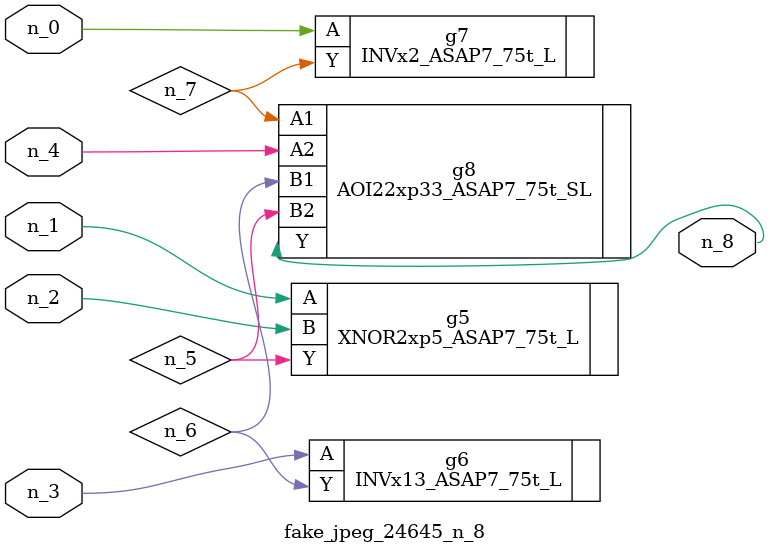
<source format=v>
module fake_jpeg_24645_n_8 (n_3, n_2, n_1, n_0, n_4, n_8);

input n_3;
input n_2;
input n_1;
input n_0;
input n_4;

output n_8;

wire n_6;
wire n_5;
wire n_7;

XNOR2xp5_ASAP7_75t_L g5 ( 
.A(n_1),
.B(n_2),
.Y(n_5)
);

INVx13_ASAP7_75t_L g6 ( 
.A(n_3),
.Y(n_6)
);

INVx2_ASAP7_75t_L g7 ( 
.A(n_0),
.Y(n_7)
);

AOI22xp33_ASAP7_75t_SL g8 ( 
.A1(n_7),
.A2(n_4),
.B1(n_6),
.B2(n_5),
.Y(n_8)
);


endmodule
</source>
